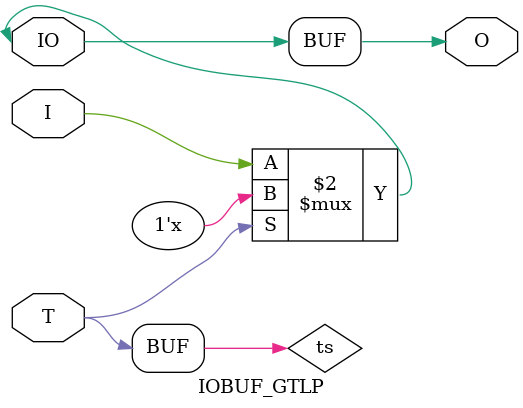
<source format=v>

/*

FUNCTION	: INPUT TRI-STATE OUTPUT BUFFER

*/

`celldefine
`timescale  100 ps / 10 ps

module IOBUF_GTLP (O, IO, I, T);

    output O;

    inout  IO;

    input  I, T;

    or O1 (ts, 1'b0, T);
    bufif0 T1 (IO, I, ts);

    buf B1 (O, IO);

endmodule

</source>
